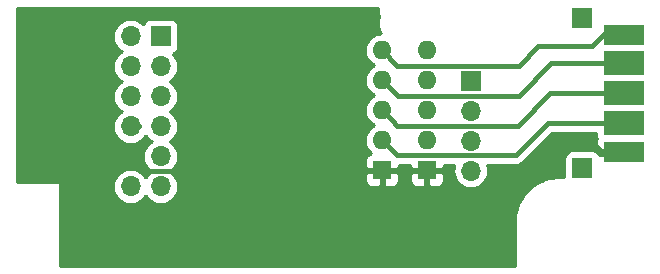
<source format=gbl>
G04 #@! TF.GenerationSoftware,KiCad,Pcbnew,(5.1.4)-1*
G04 #@! TF.CreationDate,2020-04-10T17:05:04+01:00*
G04 #@! TF.ProjectId,buffer,62756666-6572-42e6-9b69-6361645f7063,rev?*
G04 #@! TF.SameCoordinates,Original*
G04 #@! TF.FileFunction,Copper,L2,Bot*
G04 #@! TF.FilePolarity,Positive*
%FSLAX46Y46*%
G04 Gerber Fmt 4.6, Leading zero omitted, Abs format (unit mm)*
G04 Created by KiCad (PCBNEW (5.1.4)-1) date 2020-04-10 17:05:04*
%MOMM*%
%LPD*%
G04 APERTURE LIST*
%ADD10R,3.500000X1.750000*%
%ADD11R,3.500000X2.000000*%
%ADD12R,1.600000X1.600000*%
%ADD13O,1.600000X1.600000*%
%ADD14O,1.700000X1.700000*%
%ADD15R,1.700000X1.700000*%
%ADD16C,0.762000*%
%ADD17C,0.381000*%
%ADD18C,0.635000*%
%ADD19C,0.254000*%
G04 APERTURE END LIST*
D10*
X79602000Y-44155960D03*
D11*
X79602000Y-41740960D03*
X79602000Y-39200960D03*
X79602000Y-36660960D03*
D10*
X79602000Y-34245960D03*
D12*
X59102000Y-45700960D03*
D13*
X59102000Y-43160960D03*
X59102000Y-40620960D03*
X59102000Y-38080960D03*
X59102000Y-35540960D03*
D14*
X66617400Y-45730160D03*
X66617400Y-43190160D03*
X66617400Y-40650160D03*
D15*
X66617400Y-38110160D03*
X76033180Y-45504100D03*
X40353800Y-34376360D03*
D14*
X37813800Y-34376360D03*
X40353800Y-36916360D03*
X37813800Y-36916360D03*
X40353800Y-39456360D03*
X37813800Y-39456360D03*
X40353800Y-41996360D03*
X37813800Y-41996360D03*
X40353800Y-44536360D03*
X37813800Y-44536360D03*
X40353800Y-47076360D03*
X37813800Y-47076360D03*
D15*
X76040800Y-32801560D03*
D13*
X62902000Y-35540960D03*
X62902000Y-38080960D03*
X62902000Y-40620960D03*
X62902000Y-43160960D03*
D12*
X62902000Y-45700960D03*
D16*
X46507000Y-34395960D03*
X58712000Y-32700960D03*
X46236440Y-45836840D03*
D17*
X38663799Y-45386359D02*
X37813800Y-44536360D01*
X39057501Y-45780061D02*
X38663799Y-45386359D01*
X42101101Y-45780061D02*
X39057501Y-45780061D01*
X46022000Y-49700960D02*
X42101101Y-45780061D01*
X62682000Y-49680960D02*
X62702000Y-49700960D01*
X62702000Y-49700960D02*
X59102000Y-49700960D01*
X62902000Y-49600960D02*
X63002000Y-49700960D01*
X62902000Y-45800960D02*
X62902000Y-49600960D01*
X63002000Y-49700960D02*
X62702000Y-49700960D01*
X59102000Y-45800960D02*
X62902000Y-45800960D01*
X59102000Y-49700960D02*
X56902000Y-49700960D01*
X56902000Y-49700960D02*
X46022000Y-49700960D01*
X56902000Y-49700960D02*
X56902000Y-36760966D01*
X63002000Y-49700960D02*
X67292000Y-49700960D01*
X67292000Y-49700960D02*
X73843000Y-43149960D01*
X56902000Y-36760966D02*
X56902000Y-34510960D01*
X56787000Y-34395960D02*
X56902000Y-34510960D01*
X46507000Y-34395960D02*
X56787000Y-34395960D01*
D18*
X76501000Y-43149960D02*
X73843000Y-43149960D01*
X79602000Y-44280960D02*
X77632000Y-44280960D01*
X77632000Y-44280960D02*
X76501000Y-43149960D01*
D17*
X46236440Y-45176520D02*
X58206230Y-33206730D01*
X46236440Y-45836840D02*
X46236440Y-45176520D01*
X56902000Y-34510960D02*
X58206230Y-33206730D01*
X58206230Y-33206730D02*
X58712000Y-32700960D01*
X37813800Y-41996360D02*
X38513122Y-41996360D01*
X59901999Y-43960959D02*
X59102000Y-43160960D01*
X60374901Y-44433861D02*
X59901999Y-43960959D01*
X70429099Y-44433861D02*
X60374901Y-44433861D01*
X79847000Y-41740960D02*
X73122000Y-41740960D01*
X73122000Y-41740960D02*
X70429099Y-44433861D01*
X59901999Y-41420959D02*
X59102000Y-40620960D01*
X60395701Y-41914661D02*
X59901999Y-41420959D01*
X70638299Y-41914661D02*
X60395701Y-41914661D01*
X79847000Y-39200960D02*
X73352000Y-39200960D01*
X73352000Y-39200960D02*
X70638299Y-41914661D01*
X59901999Y-38880959D02*
X59102000Y-38080960D01*
X60427499Y-39406459D02*
X59901999Y-38880959D01*
X68996501Y-39406459D02*
X68326501Y-39406459D01*
X68326501Y-39406459D02*
X60427499Y-39406459D01*
X70686501Y-39406459D02*
X68326501Y-39406459D01*
X79847000Y-36660960D02*
X73432000Y-36660960D01*
X73432000Y-36660960D02*
X70686501Y-39406459D01*
X77966000Y-34120960D02*
X79847000Y-34120960D01*
X76866000Y-35220960D02*
X77966000Y-34120960D01*
X72312000Y-35220960D02*
X76866000Y-35220960D01*
X70698299Y-36834661D02*
X72312000Y-35220960D01*
X59102000Y-35540960D02*
X60395701Y-36834661D01*
X60395701Y-36834661D02*
X70698299Y-36834661D01*
D19*
G36*
X58795001Y-32793303D02*
G01*
X58795000Y-32793313D01*
X58795000Y-33555313D01*
X58791686Y-33588960D01*
X58804912Y-33723243D01*
X58844081Y-33852366D01*
X58907688Y-33971367D01*
X58993289Y-34075671D01*
X59030336Y-34106075D01*
X58820691Y-34126724D01*
X58550192Y-34208778D01*
X58300899Y-34342028D01*
X58082392Y-34521352D01*
X57903068Y-34739859D01*
X57769818Y-34989152D01*
X57687764Y-35259651D01*
X57660057Y-35540960D01*
X57687764Y-35822269D01*
X57769818Y-36092768D01*
X57903068Y-36342061D01*
X58082392Y-36560568D01*
X58300899Y-36739892D01*
X58433858Y-36810960D01*
X58300899Y-36882028D01*
X58082392Y-37061352D01*
X57903068Y-37279859D01*
X57769818Y-37529152D01*
X57687764Y-37799651D01*
X57660057Y-38080960D01*
X57687764Y-38362269D01*
X57769818Y-38632768D01*
X57903068Y-38882061D01*
X58082392Y-39100568D01*
X58300899Y-39279892D01*
X58433858Y-39350960D01*
X58300899Y-39422028D01*
X58082392Y-39601352D01*
X57903068Y-39819859D01*
X57769818Y-40069152D01*
X57687764Y-40339651D01*
X57660057Y-40620960D01*
X57687764Y-40902269D01*
X57769818Y-41172768D01*
X57903068Y-41422061D01*
X58082392Y-41640568D01*
X58300899Y-41819892D01*
X58433858Y-41890960D01*
X58300899Y-41962028D01*
X58082392Y-42141352D01*
X57903068Y-42359859D01*
X57769818Y-42609152D01*
X57687764Y-42879651D01*
X57660057Y-43160960D01*
X57687764Y-43442269D01*
X57769818Y-43712768D01*
X57903068Y-43962061D01*
X58082392Y-44180568D01*
X58195482Y-44273379D01*
X58177518Y-44275148D01*
X58057820Y-44311458D01*
X57947506Y-44370423D01*
X57850815Y-44449775D01*
X57771463Y-44546466D01*
X57712498Y-44656780D01*
X57676188Y-44776478D01*
X57663928Y-44900960D01*
X57667000Y-45415210D01*
X57825750Y-45573960D01*
X58975000Y-45573960D01*
X58975000Y-45553960D01*
X59229000Y-45553960D01*
X59229000Y-45573960D01*
X60378250Y-45573960D01*
X60537000Y-45415210D01*
X60537931Y-45259361D01*
X61466069Y-45259361D01*
X61467000Y-45415210D01*
X61625750Y-45573960D01*
X62775000Y-45573960D01*
X62775000Y-45553960D01*
X63029000Y-45553960D01*
X63029000Y-45573960D01*
X64178250Y-45573960D01*
X64337000Y-45415210D01*
X64337931Y-45259361D01*
X65208395Y-45259361D01*
X65153887Y-45439049D01*
X65125215Y-45730160D01*
X65153887Y-46021271D01*
X65238801Y-46301194D01*
X65376694Y-46559174D01*
X65562266Y-46785294D01*
X65788386Y-46970866D01*
X66046366Y-47108759D01*
X66326289Y-47193673D01*
X66544450Y-47215160D01*
X66690350Y-47215160D01*
X66908511Y-47193673D01*
X67188434Y-47108759D01*
X67446414Y-46970866D01*
X67672534Y-46785294D01*
X67858106Y-46559174D01*
X67995999Y-46301194D01*
X68080913Y-46021271D01*
X68109585Y-45730160D01*
X68080913Y-45439049D01*
X68026405Y-45259361D01*
X70388549Y-45259361D01*
X70429099Y-45263355D01*
X70469649Y-45259361D01*
X70469652Y-45259361D01*
X70590925Y-45247417D01*
X70746533Y-45200214D01*
X70889941Y-45123560D01*
X71015640Y-45020402D01*
X71041497Y-44988895D01*
X73463933Y-42566460D01*
X77213928Y-42566460D01*
X77213928Y-42740960D01*
X77226188Y-42865442D01*
X77262498Y-42985140D01*
X77276299Y-43010960D01*
X77262498Y-43036780D01*
X77226188Y-43156478D01*
X77213928Y-43280960D01*
X77217000Y-43870210D01*
X77375748Y-44028958D01*
X77217000Y-44028958D01*
X77217000Y-44112512D01*
X77127360Y-44064598D01*
X77007662Y-44028288D01*
X76883180Y-44016028D01*
X75183180Y-44016028D01*
X75058698Y-44028288D01*
X74939000Y-44064598D01*
X74828686Y-44123563D01*
X74731995Y-44202915D01*
X74652643Y-44299606D01*
X74593678Y-44409920D01*
X74557368Y-44529618D01*
X74545108Y-44654100D01*
X74545108Y-46289760D01*
X74137394Y-46289760D01*
X74066810Y-46289423D01*
X74034205Y-46292463D01*
X74001456Y-46292234D01*
X73991938Y-46293168D01*
X73395320Y-46355874D01*
X73334509Y-46368357D01*
X73273518Y-46379992D01*
X73264362Y-46382756D01*
X72691286Y-46560153D01*
X72634032Y-46584221D01*
X72576488Y-46607470D01*
X72568043Y-46611960D01*
X72040338Y-46897289D01*
X71988881Y-46931997D01*
X71936917Y-46966002D01*
X71929505Y-46972047D01*
X71467271Y-47354441D01*
X71423524Y-47398494D01*
X71379167Y-47441932D01*
X71373070Y-47449302D01*
X70993913Y-47914194D01*
X70959557Y-47965905D01*
X70924480Y-48017133D01*
X70919934Y-48025542D01*
X70919931Y-48025546D01*
X70919931Y-48025547D01*
X70638293Y-48555231D01*
X70614639Y-48612620D01*
X70590176Y-48669696D01*
X70587348Y-48678833D01*
X70413957Y-49253133D01*
X70401900Y-49314026D01*
X70388990Y-49374763D01*
X70387990Y-49384275D01*
X70329450Y-49981316D01*
X70329450Y-49981327D01*
X70326178Y-50014578D01*
X70326536Y-53808160D01*
X31847340Y-53808160D01*
X31847340Y-46796960D01*
X31844900Y-46772184D01*
X31837673Y-46748359D01*
X31825937Y-46726403D01*
X31810143Y-46707157D01*
X31790897Y-46691363D01*
X31768941Y-46679627D01*
X31745116Y-46672400D01*
X31720340Y-46669960D01*
X28211800Y-46669960D01*
X28211800Y-34376360D01*
X36321615Y-34376360D01*
X36350287Y-34667471D01*
X36435201Y-34947394D01*
X36573094Y-35205374D01*
X36758666Y-35431494D01*
X36984786Y-35617066D01*
X37039591Y-35646360D01*
X36984786Y-35675654D01*
X36758666Y-35861226D01*
X36573094Y-36087346D01*
X36435201Y-36345326D01*
X36350287Y-36625249D01*
X36321615Y-36916360D01*
X36350287Y-37207471D01*
X36435201Y-37487394D01*
X36573094Y-37745374D01*
X36758666Y-37971494D01*
X36984786Y-38157066D01*
X37039591Y-38186360D01*
X36984786Y-38215654D01*
X36758666Y-38401226D01*
X36573094Y-38627346D01*
X36435201Y-38885326D01*
X36350287Y-39165249D01*
X36321615Y-39456360D01*
X36350287Y-39747471D01*
X36435201Y-40027394D01*
X36573094Y-40285374D01*
X36758666Y-40511494D01*
X36984786Y-40697066D01*
X37039591Y-40726360D01*
X36984786Y-40755654D01*
X36758666Y-40941226D01*
X36573094Y-41167346D01*
X36435201Y-41425326D01*
X36350287Y-41705249D01*
X36321615Y-41996360D01*
X36350287Y-42287471D01*
X36435201Y-42567394D01*
X36573094Y-42825374D01*
X36758666Y-43051494D01*
X36984786Y-43237066D01*
X37242766Y-43374959D01*
X37522689Y-43459873D01*
X37740850Y-43481360D01*
X37886750Y-43481360D01*
X38104911Y-43459873D01*
X38384834Y-43374959D01*
X38642814Y-43237066D01*
X38868934Y-43051494D01*
X39054506Y-42825374D01*
X39083800Y-42770569D01*
X39113094Y-42825374D01*
X39298666Y-43051494D01*
X39524786Y-43237066D01*
X39579591Y-43266360D01*
X39524786Y-43295654D01*
X39298666Y-43481226D01*
X39113094Y-43707346D01*
X38975201Y-43965326D01*
X38890287Y-44245249D01*
X38861615Y-44536360D01*
X38890287Y-44827471D01*
X38975201Y-45107394D01*
X39113094Y-45365374D01*
X39298666Y-45591494D01*
X39524786Y-45777066D01*
X39579591Y-45806360D01*
X39524786Y-45835654D01*
X39298666Y-46021226D01*
X39113094Y-46247346D01*
X39083800Y-46302151D01*
X39054506Y-46247346D01*
X38868934Y-46021226D01*
X38642814Y-45835654D01*
X38384834Y-45697761D01*
X38104911Y-45612847D01*
X37886750Y-45591360D01*
X37740850Y-45591360D01*
X37522689Y-45612847D01*
X37242766Y-45697761D01*
X36984786Y-45835654D01*
X36758666Y-46021226D01*
X36573094Y-46247346D01*
X36435201Y-46505326D01*
X36350287Y-46785249D01*
X36321615Y-47076360D01*
X36350287Y-47367471D01*
X36435201Y-47647394D01*
X36573094Y-47905374D01*
X36758666Y-48131494D01*
X36984786Y-48317066D01*
X37242766Y-48454959D01*
X37522689Y-48539873D01*
X37740850Y-48561360D01*
X37886750Y-48561360D01*
X38104911Y-48539873D01*
X38384834Y-48454959D01*
X38642814Y-48317066D01*
X38868934Y-48131494D01*
X39054506Y-47905374D01*
X39083800Y-47850569D01*
X39113094Y-47905374D01*
X39298666Y-48131494D01*
X39524786Y-48317066D01*
X39782766Y-48454959D01*
X40062689Y-48539873D01*
X40280850Y-48561360D01*
X40426750Y-48561360D01*
X40644911Y-48539873D01*
X40924834Y-48454959D01*
X41182814Y-48317066D01*
X41408934Y-48131494D01*
X41594506Y-47905374D01*
X41732399Y-47647394D01*
X41817313Y-47367471D01*
X41845985Y-47076360D01*
X41817313Y-46785249D01*
X41732399Y-46505326D01*
X41730066Y-46500960D01*
X57663928Y-46500960D01*
X57676188Y-46625442D01*
X57712498Y-46745140D01*
X57771463Y-46855454D01*
X57850815Y-46952145D01*
X57947506Y-47031497D01*
X58057820Y-47090462D01*
X58177518Y-47126772D01*
X58302000Y-47139032D01*
X58816250Y-47135960D01*
X58975000Y-46977210D01*
X58975000Y-45827960D01*
X59229000Y-45827960D01*
X59229000Y-46977210D01*
X59387750Y-47135960D01*
X59902000Y-47139032D01*
X60026482Y-47126772D01*
X60146180Y-47090462D01*
X60256494Y-47031497D01*
X60353185Y-46952145D01*
X60432537Y-46855454D01*
X60491502Y-46745140D01*
X60527812Y-46625442D01*
X60540072Y-46500960D01*
X61463928Y-46500960D01*
X61476188Y-46625442D01*
X61512498Y-46745140D01*
X61571463Y-46855454D01*
X61650815Y-46952145D01*
X61747506Y-47031497D01*
X61857820Y-47090462D01*
X61977518Y-47126772D01*
X62102000Y-47139032D01*
X62616250Y-47135960D01*
X62775000Y-46977210D01*
X62775000Y-45827960D01*
X63029000Y-45827960D01*
X63029000Y-46977210D01*
X63187750Y-47135960D01*
X63702000Y-47139032D01*
X63826482Y-47126772D01*
X63946180Y-47090462D01*
X64056494Y-47031497D01*
X64153185Y-46952145D01*
X64232537Y-46855454D01*
X64291502Y-46745140D01*
X64327812Y-46625442D01*
X64340072Y-46500960D01*
X64337000Y-45986710D01*
X64178250Y-45827960D01*
X63029000Y-45827960D01*
X62775000Y-45827960D01*
X61625750Y-45827960D01*
X61467000Y-45986710D01*
X61463928Y-46500960D01*
X60540072Y-46500960D01*
X60537000Y-45986710D01*
X60378250Y-45827960D01*
X59229000Y-45827960D01*
X58975000Y-45827960D01*
X57825750Y-45827960D01*
X57667000Y-45986710D01*
X57663928Y-46500960D01*
X41730066Y-46500960D01*
X41594506Y-46247346D01*
X41408934Y-46021226D01*
X41182814Y-45835654D01*
X41128009Y-45806360D01*
X41182814Y-45777066D01*
X41408934Y-45591494D01*
X41594506Y-45365374D01*
X41732399Y-45107394D01*
X41817313Y-44827471D01*
X41845985Y-44536360D01*
X41817313Y-44245249D01*
X41732399Y-43965326D01*
X41594506Y-43707346D01*
X41408934Y-43481226D01*
X41182814Y-43295654D01*
X41128009Y-43266360D01*
X41182814Y-43237066D01*
X41408934Y-43051494D01*
X41594506Y-42825374D01*
X41732399Y-42567394D01*
X41817313Y-42287471D01*
X41845985Y-41996360D01*
X41817313Y-41705249D01*
X41732399Y-41425326D01*
X41594506Y-41167346D01*
X41408934Y-40941226D01*
X41182814Y-40755654D01*
X41128009Y-40726360D01*
X41182814Y-40697066D01*
X41408934Y-40511494D01*
X41594506Y-40285374D01*
X41732399Y-40027394D01*
X41817313Y-39747471D01*
X41845985Y-39456360D01*
X41817313Y-39165249D01*
X41732399Y-38885326D01*
X41594506Y-38627346D01*
X41408934Y-38401226D01*
X41182814Y-38215654D01*
X41128009Y-38186360D01*
X41182814Y-38157066D01*
X41408934Y-37971494D01*
X41594506Y-37745374D01*
X41732399Y-37487394D01*
X41817313Y-37207471D01*
X41845985Y-36916360D01*
X41817313Y-36625249D01*
X41732399Y-36345326D01*
X41594506Y-36087346D01*
X41408934Y-35861226D01*
X41379113Y-35836753D01*
X41447980Y-35815862D01*
X41558294Y-35756897D01*
X41654985Y-35677545D01*
X41734337Y-35580854D01*
X41793302Y-35470540D01*
X41829612Y-35350842D01*
X41841872Y-35226360D01*
X41841872Y-33526360D01*
X41829612Y-33401878D01*
X41793302Y-33282180D01*
X41734337Y-33171866D01*
X41654985Y-33075175D01*
X41558294Y-32995823D01*
X41447980Y-32936858D01*
X41328282Y-32900548D01*
X41203800Y-32888288D01*
X39503800Y-32888288D01*
X39379318Y-32900548D01*
X39259620Y-32936858D01*
X39149306Y-32995823D01*
X39052615Y-33075175D01*
X38973263Y-33171866D01*
X38914298Y-33282180D01*
X38893407Y-33351047D01*
X38868934Y-33321226D01*
X38642814Y-33135654D01*
X38384834Y-32997761D01*
X38104911Y-32912847D01*
X37886750Y-32891360D01*
X37740850Y-32891360D01*
X37522689Y-32912847D01*
X37242766Y-32997761D01*
X36984786Y-33135654D01*
X36758666Y-33321226D01*
X36573094Y-33547346D01*
X36435201Y-33805326D01*
X36350287Y-34085249D01*
X36321615Y-34376360D01*
X28211800Y-34376360D01*
X28211800Y-31987960D01*
X58795000Y-31987960D01*
X58795001Y-32793303D01*
X58795001Y-32793303D01*
G37*
X58795001Y-32793303D02*
X58795000Y-32793313D01*
X58795000Y-33555313D01*
X58791686Y-33588960D01*
X58804912Y-33723243D01*
X58844081Y-33852366D01*
X58907688Y-33971367D01*
X58993289Y-34075671D01*
X59030336Y-34106075D01*
X58820691Y-34126724D01*
X58550192Y-34208778D01*
X58300899Y-34342028D01*
X58082392Y-34521352D01*
X57903068Y-34739859D01*
X57769818Y-34989152D01*
X57687764Y-35259651D01*
X57660057Y-35540960D01*
X57687764Y-35822269D01*
X57769818Y-36092768D01*
X57903068Y-36342061D01*
X58082392Y-36560568D01*
X58300899Y-36739892D01*
X58433858Y-36810960D01*
X58300899Y-36882028D01*
X58082392Y-37061352D01*
X57903068Y-37279859D01*
X57769818Y-37529152D01*
X57687764Y-37799651D01*
X57660057Y-38080960D01*
X57687764Y-38362269D01*
X57769818Y-38632768D01*
X57903068Y-38882061D01*
X58082392Y-39100568D01*
X58300899Y-39279892D01*
X58433858Y-39350960D01*
X58300899Y-39422028D01*
X58082392Y-39601352D01*
X57903068Y-39819859D01*
X57769818Y-40069152D01*
X57687764Y-40339651D01*
X57660057Y-40620960D01*
X57687764Y-40902269D01*
X57769818Y-41172768D01*
X57903068Y-41422061D01*
X58082392Y-41640568D01*
X58300899Y-41819892D01*
X58433858Y-41890960D01*
X58300899Y-41962028D01*
X58082392Y-42141352D01*
X57903068Y-42359859D01*
X57769818Y-42609152D01*
X57687764Y-42879651D01*
X57660057Y-43160960D01*
X57687764Y-43442269D01*
X57769818Y-43712768D01*
X57903068Y-43962061D01*
X58082392Y-44180568D01*
X58195482Y-44273379D01*
X58177518Y-44275148D01*
X58057820Y-44311458D01*
X57947506Y-44370423D01*
X57850815Y-44449775D01*
X57771463Y-44546466D01*
X57712498Y-44656780D01*
X57676188Y-44776478D01*
X57663928Y-44900960D01*
X57667000Y-45415210D01*
X57825750Y-45573960D01*
X58975000Y-45573960D01*
X58975000Y-45553960D01*
X59229000Y-45553960D01*
X59229000Y-45573960D01*
X60378250Y-45573960D01*
X60537000Y-45415210D01*
X60537931Y-45259361D01*
X61466069Y-45259361D01*
X61467000Y-45415210D01*
X61625750Y-45573960D01*
X62775000Y-45573960D01*
X62775000Y-45553960D01*
X63029000Y-45553960D01*
X63029000Y-45573960D01*
X64178250Y-45573960D01*
X64337000Y-45415210D01*
X64337931Y-45259361D01*
X65208395Y-45259361D01*
X65153887Y-45439049D01*
X65125215Y-45730160D01*
X65153887Y-46021271D01*
X65238801Y-46301194D01*
X65376694Y-46559174D01*
X65562266Y-46785294D01*
X65788386Y-46970866D01*
X66046366Y-47108759D01*
X66326289Y-47193673D01*
X66544450Y-47215160D01*
X66690350Y-47215160D01*
X66908511Y-47193673D01*
X67188434Y-47108759D01*
X67446414Y-46970866D01*
X67672534Y-46785294D01*
X67858106Y-46559174D01*
X67995999Y-46301194D01*
X68080913Y-46021271D01*
X68109585Y-45730160D01*
X68080913Y-45439049D01*
X68026405Y-45259361D01*
X70388549Y-45259361D01*
X70429099Y-45263355D01*
X70469649Y-45259361D01*
X70469652Y-45259361D01*
X70590925Y-45247417D01*
X70746533Y-45200214D01*
X70889941Y-45123560D01*
X71015640Y-45020402D01*
X71041497Y-44988895D01*
X73463933Y-42566460D01*
X77213928Y-42566460D01*
X77213928Y-42740960D01*
X77226188Y-42865442D01*
X77262498Y-42985140D01*
X77276299Y-43010960D01*
X77262498Y-43036780D01*
X77226188Y-43156478D01*
X77213928Y-43280960D01*
X77217000Y-43870210D01*
X77375748Y-44028958D01*
X77217000Y-44028958D01*
X77217000Y-44112512D01*
X77127360Y-44064598D01*
X77007662Y-44028288D01*
X76883180Y-44016028D01*
X75183180Y-44016028D01*
X75058698Y-44028288D01*
X74939000Y-44064598D01*
X74828686Y-44123563D01*
X74731995Y-44202915D01*
X74652643Y-44299606D01*
X74593678Y-44409920D01*
X74557368Y-44529618D01*
X74545108Y-44654100D01*
X74545108Y-46289760D01*
X74137394Y-46289760D01*
X74066810Y-46289423D01*
X74034205Y-46292463D01*
X74001456Y-46292234D01*
X73991938Y-46293168D01*
X73395320Y-46355874D01*
X73334509Y-46368357D01*
X73273518Y-46379992D01*
X73264362Y-46382756D01*
X72691286Y-46560153D01*
X72634032Y-46584221D01*
X72576488Y-46607470D01*
X72568043Y-46611960D01*
X72040338Y-46897289D01*
X71988881Y-46931997D01*
X71936917Y-46966002D01*
X71929505Y-46972047D01*
X71467271Y-47354441D01*
X71423524Y-47398494D01*
X71379167Y-47441932D01*
X71373070Y-47449302D01*
X70993913Y-47914194D01*
X70959557Y-47965905D01*
X70924480Y-48017133D01*
X70919934Y-48025542D01*
X70919931Y-48025546D01*
X70919931Y-48025547D01*
X70638293Y-48555231D01*
X70614639Y-48612620D01*
X70590176Y-48669696D01*
X70587348Y-48678833D01*
X70413957Y-49253133D01*
X70401900Y-49314026D01*
X70388990Y-49374763D01*
X70387990Y-49384275D01*
X70329450Y-49981316D01*
X70329450Y-49981327D01*
X70326178Y-50014578D01*
X70326536Y-53808160D01*
X31847340Y-53808160D01*
X31847340Y-46796960D01*
X31844900Y-46772184D01*
X31837673Y-46748359D01*
X31825937Y-46726403D01*
X31810143Y-46707157D01*
X31790897Y-46691363D01*
X31768941Y-46679627D01*
X31745116Y-46672400D01*
X31720340Y-46669960D01*
X28211800Y-46669960D01*
X28211800Y-34376360D01*
X36321615Y-34376360D01*
X36350287Y-34667471D01*
X36435201Y-34947394D01*
X36573094Y-35205374D01*
X36758666Y-35431494D01*
X36984786Y-35617066D01*
X37039591Y-35646360D01*
X36984786Y-35675654D01*
X36758666Y-35861226D01*
X36573094Y-36087346D01*
X36435201Y-36345326D01*
X36350287Y-36625249D01*
X36321615Y-36916360D01*
X36350287Y-37207471D01*
X36435201Y-37487394D01*
X36573094Y-37745374D01*
X36758666Y-37971494D01*
X36984786Y-38157066D01*
X37039591Y-38186360D01*
X36984786Y-38215654D01*
X36758666Y-38401226D01*
X36573094Y-38627346D01*
X36435201Y-38885326D01*
X36350287Y-39165249D01*
X36321615Y-39456360D01*
X36350287Y-39747471D01*
X36435201Y-40027394D01*
X36573094Y-40285374D01*
X36758666Y-40511494D01*
X36984786Y-40697066D01*
X37039591Y-40726360D01*
X36984786Y-40755654D01*
X36758666Y-40941226D01*
X36573094Y-41167346D01*
X36435201Y-41425326D01*
X36350287Y-41705249D01*
X36321615Y-41996360D01*
X36350287Y-42287471D01*
X36435201Y-42567394D01*
X36573094Y-42825374D01*
X36758666Y-43051494D01*
X36984786Y-43237066D01*
X37242766Y-43374959D01*
X37522689Y-43459873D01*
X37740850Y-43481360D01*
X37886750Y-43481360D01*
X38104911Y-43459873D01*
X38384834Y-43374959D01*
X38642814Y-43237066D01*
X38868934Y-43051494D01*
X39054506Y-42825374D01*
X39083800Y-42770569D01*
X39113094Y-42825374D01*
X39298666Y-43051494D01*
X39524786Y-43237066D01*
X39579591Y-43266360D01*
X39524786Y-43295654D01*
X39298666Y-43481226D01*
X39113094Y-43707346D01*
X38975201Y-43965326D01*
X38890287Y-44245249D01*
X38861615Y-44536360D01*
X38890287Y-44827471D01*
X38975201Y-45107394D01*
X39113094Y-45365374D01*
X39298666Y-45591494D01*
X39524786Y-45777066D01*
X39579591Y-45806360D01*
X39524786Y-45835654D01*
X39298666Y-46021226D01*
X39113094Y-46247346D01*
X39083800Y-46302151D01*
X39054506Y-46247346D01*
X38868934Y-46021226D01*
X38642814Y-45835654D01*
X38384834Y-45697761D01*
X38104911Y-45612847D01*
X37886750Y-45591360D01*
X37740850Y-45591360D01*
X37522689Y-45612847D01*
X37242766Y-45697761D01*
X36984786Y-45835654D01*
X36758666Y-46021226D01*
X36573094Y-46247346D01*
X36435201Y-46505326D01*
X36350287Y-46785249D01*
X36321615Y-47076360D01*
X36350287Y-47367471D01*
X36435201Y-47647394D01*
X36573094Y-47905374D01*
X36758666Y-48131494D01*
X36984786Y-48317066D01*
X37242766Y-48454959D01*
X37522689Y-48539873D01*
X37740850Y-48561360D01*
X37886750Y-48561360D01*
X38104911Y-48539873D01*
X38384834Y-48454959D01*
X38642814Y-48317066D01*
X38868934Y-48131494D01*
X39054506Y-47905374D01*
X39083800Y-47850569D01*
X39113094Y-47905374D01*
X39298666Y-48131494D01*
X39524786Y-48317066D01*
X39782766Y-48454959D01*
X40062689Y-48539873D01*
X40280850Y-48561360D01*
X40426750Y-48561360D01*
X40644911Y-48539873D01*
X40924834Y-48454959D01*
X41182814Y-48317066D01*
X41408934Y-48131494D01*
X41594506Y-47905374D01*
X41732399Y-47647394D01*
X41817313Y-47367471D01*
X41845985Y-47076360D01*
X41817313Y-46785249D01*
X41732399Y-46505326D01*
X41730066Y-46500960D01*
X57663928Y-46500960D01*
X57676188Y-46625442D01*
X57712498Y-46745140D01*
X57771463Y-46855454D01*
X57850815Y-46952145D01*
X57947506Y-47031497D01*
X58057820Y-47090462D01*
X58177518Y-47126772D01*
X58302000Y-47139032D01*
X58816250Y-47135960D01*
X58975000Y-46977210D01*
X58975000Y-45827960D01*
X59229000Y-45827960D01*
X59229000Y-46977210D01*
X59387750Y-47135960D01*
X59902000Y-47139032D01*
X60026482Y-47126772D01*
X60146180Y-47090462D01*
X60256494Y-47031497D01*
X60353185Y-46952145D01*
X60432537Y-46855454D01*
X60491502Y-46745140D01*
X60527812Y-46625442D01*
X60540072Y-46500960D01*
X61463928Y-46500960D01*
X61476188Y-46625442D01*
X61512498Y-46745140D01*
X61571463Y-46855454D01*
X61650815Y-46952145D01*
X61747506Y-47031497D01*
X61857820Y-47090462D01*
X61977518Y-47126772D01*
X62102000Y-47139032D01*
X62616250Y-47135960D01*
X62775000Y-46977210D01*
X62775000Y-45827960D01*
X63029000Y-45827960D01*
X63029000Y-46977210D01*
X63187750Y-47135960D01*
X63702000Y-47139032D01*
X63826482Y-47126772D01*
X63946180Y-47090462D01*
X64056494Y-47031497D01*
X64153185Y-46952145D01*
X64232537Y-46855454D01*
X64291502Y-46745140D01*
X64327812Y-46625442D01*
X64340072Y-46500960D01*
X64337000Y-45986710D01*
X64178250Y-45827960D01*
X63029000Y-45827960D01*
X62775000Y-45827960D01*
X61625750Y-45827960D01*
X61467000Y-45986710D01*
X61463928Y-46500960D01*
X60540072Y-46500960D01*
X60537000Y-45986710D01*
X60378250Y-45827960D01*
X59229000Y-45827960D01*
X58975000Y-45827960D01*
X57825750Y-45827960D01*
X57667000Y-45986710D01*
X57663928Y-46500960D01*
X41730066Y-46500960D01*
X41594506Y-46247346D01*
X41408934Y-46021226D01*
X41182814Y-45835654D01*
X41128009Y-45806360D01*
X41182814Y-45777066D01*
X41408934Y-45591494D01*
X41594506Y-45365374D01*
X41732399Y-45107394D01*
X41817313Y-44827471D01*
X41845985Y-44536360D01*
X41817313Y-44245249D01*
X41732399Y-43965326D01*
X41594506Y-43707346D01*
X41408934Y-43481226D01*
X41182814Y-43295654D01*
X41128009Y-43266360D01*
X41182814Y-43237066D01*
X41408934Y-43051494D01*
X41594506Y-42825374D01*
X41732399Y-42567394D01*
X41817313Y-42287471D01*
X41845985Y-41996360D01*
X41817313Y-41705249D01*
X41732399Y-41425326D01*
X41594506Y-41167346D01*
X41408934Y-40941226D01*
X41182814Y-40755654D01*
X41128009Y-40726360D01*
X41182814Y-40697066D01*
X41408934Y-40511494D01*
X41594506Y-40285374D01*
X41732399Y-40027394D01*
X41817313Y-39747471D01*
X41845985Y-39456360D01*
X41817313Y-39165249D01*
X41732399Y-38885326D01*
X41594506Y-38627346D01*
X41408934Y-38401226D01*
X41182814Y-38215654D01*
X41128009Y-38186360D01*
X41182814Y-38157066D01*
X41408934Y-37971494D01*
X41594506Y-37745374D01*
X41732399Y-37487394D01*
X41817313Y-37207471D01*
X41845985Y-36916360D01*
X41817313Y-36625249D01*
X41732399Y-36345326D01*
X41594506Y-36087346D01*
X41408934Y-35861226D01*
X41379113Y-35836753D01*
X41447980Y-35815862D01*
X41558294Y-35756897D01*
X41654985Y-35677545D01*
X41734337Y-35580854D01*
X41793302Y-35470540D01*
X41829612Y-35350842D01*
X41841872Y-35226360D01*
X41841872Y-33526360D01*
X41829612Y-33401878D01*
X41793302Y-33282180D01*
X41734337Y-33171866D01*
X41654985Y-33075175D01*
X41558294Y-32995823D01*
X41447980Y-32936858D01*
X41328282Y-32900548D01*
X41203800Y-32888288D01*
X39503800Y-32888288D01*
X39379318Y-32900548D01*
X39259620Y-32936858D01*
X39149306Y-32995823D01*
X39052615Y-33075175D01*
X38973263Y-33171866D01*
X38914298Y-33282180D01*
X38893407Y-33351047D01*
X38868934Y-33321226D01*
X38642814Y-33135654D01*
X38384834Y-32997761D01*
X38104911Y-32912847D01*
X37886750Y-32891360D01*
X37740850Y-32891360D01*
X37522689Y-32912847D01*
X37242766Y-32997761D01*
X36984786Y-33135654D01*
X36758666Y-33321226D01*
X36573094Y-33547346D01*
X36435201Y-33805326D01*
X36350287Y-34085249D01*
X36321615Y-34376360D01*
X28211800Y-34376360D01*
X28211800Y-31987960D01*
X58795000Y-31987960D01*
X58795001Y-32793303D01*
G36*
X79729000Y-44028960D02*
G01*
X79749000Y-44028960D01*
X79749000Y-44282960D01*
X79729000Y-44282960D01*
X79729000Y-44302960D01*
X79475000Y-44302960D01*
X79475000Y-44282960D01*
X79455000Y-44282960D01*
X79455000Y-44028960D01*
X79475000Y-44028960D01*
X79475000Y-44008960D01*
X79729000Y-44008960D01*
X79729000Y-44028960D01*
X79729000Y-44028960D01*
G37*
X79729000Y-44028960D02*
X79749000Y-44028960D01*
X79749000Y-44282960D01*
X79729000Y-44282960D01*
X79729000Y-44302960D01*
X79475000Y-44302960D01*
X79475000Y-44282960D01*
X79455000Y-44282960D01*
X79455000Y-44028960D01*
X79475000Y-44028960D01*
X79475000Y-44008960D01*
X79729000Y-44008960D01*
X79729000Y-44028960D01*
M02*

</source>
